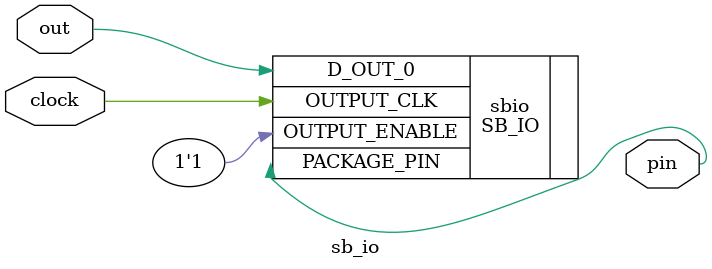
<source format=v>
`ifndef ICE40_SB_IO
`define ICE40_SB_IO

module sb_io(
  input        clock,
  input        out,
  output       pin
  );
`ifdef SIM_SB_IO
  _SB_IO #(
`else
  SB_IO #(
`endif
    .PIN_TYPE(6'b0101_01)
    //                ^^ ignored (input)
    //           ^^^^ registered output
  ) sbio (
      .PACKAGE_PIN(pin),
      .D_OUT_0(out),
      .OUTPUT_ENABLE(1'b1),
      .OUTPUT_CLK(clock)
  );

endmodule

`endif

// http://www.latticesemi.com/~/media/LatticeSemi/Documents/TechnicalBriefs/SBTICETechnologyLibrary201504.pdf

</source>
